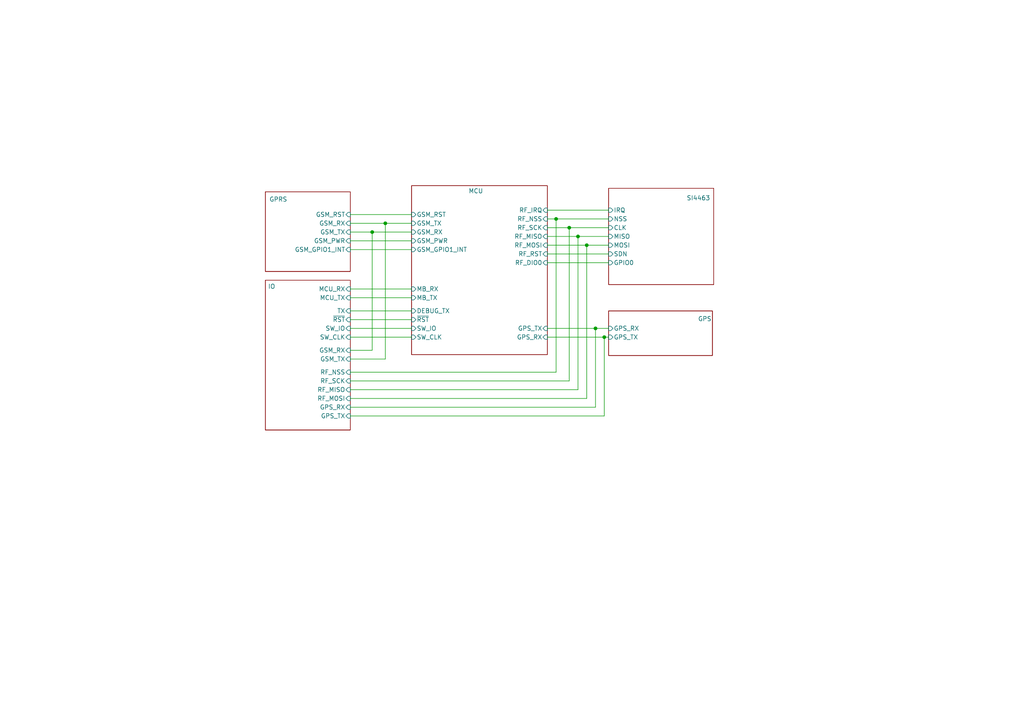
<source format=kicad_sch>
(kicad_sch (version 20211123) (generator eeschema)
  (paper "A4")
  (title_block (date "%%date%%") (rev "%%version%%") (company "BASEMENT"))
  (lib_symbols)
  (junction (at 161.29 63.5))
  (junction (at 107.95 67.31))
  (junction (at 167.64 68.58))
  (junction (at 175.26 97.79))
  (junction (at 165.1 66.04))
  (junction (at 170.18 71.12))
  (junction (at 172.72 95.25))
  (junction (at 111.76 64.77))
  (wire (pts (xy 111.76 104.14) (xy 111.76 64.77)))
  (wire (pts (xy 158.75 73.66) (xy 176.53 73.66)))
  (wire (pts (xy 101.6 95.25) (xy 119.38 95.25)))
  (wire (pts (xy 172.72 95.25) (xy 172.72 118.11)))
  (wire (pts (xy 158.75 97.79) (xy 175.26 97.79)))
  (wire (pts (xy 165.1 66.04) (xy 176.53 66.04)))
  (wire (pts (xy 167.64 68.58) (xy 176.53 68.58)))
  (wire (pts (xy 161.29 107.95) (xy 161.29 63.5)))
  (wire (pts (xy 167.64 68.58) (xy 167.64 113.03)))
  (wire (pts (xy 175.26 97.79) (xy 175.26 120.65)))
  (wire (pts (xy 158.75 60.96) (xy 176.53 60.96)))
  (wire (pts (xy 170.18 115.57) (xy 170.18 71.12)))
  (wire (pts (xy 101.6 110.49) (xy 165.1 110.49)))
  (wire (pts (xy 101.6 72.39) (xy 119.38 72.39)))
  (wire (pts (xy 101.6 92.71) (xy 119.38 92.71)))
  (wire (pts (xy 101.6 62.23) (xy 119.38 62.23)))
  (wire (pts (xy 101.6 107.95) (xy 161.29 107.95)))
  (wire (pts (xy 101.6 86.36) (xy 119.38 86.36)))
  (wire (pts (xy 107.95 67.31) (xy 119.38 67.31)))
  (wire (pts (xy 158.75 63.5) (xy 161.29 63.5)))
  (wire (pts (xy 158.75 95.25) (xy 172.72 95.25)))
  (wire (pts (xy 101.6 104.14) (xy 111.76 104.14)))
  (wire (pts (xy 101.6 69.85) (xy 119.38 69.85)))
  (wire (pts (xy 175.26 97.79) (xy 176.53 97.79)))
  (wire (pts (xy 101.6 101.6) (xy 107.95 101.6)))
  (wire (pts (xy 101.6 97.79) (xy 119.38 97.79)))
  (wire (pts (xy 172.72 95.25) (xy 176.53 95.25)))
  (wire (pts (xy 170.18 71.12) (xy 176.53 71.12)))
  (wire (pts (xy 165.1 66.04) (xy 165.1 110.49)))
  (wire (pts (xy 101.6 90.17) (xy 119.38 90.17)))
  (wire (pts (xy 101.6 115.57) (xy 170.18 115.57)))
  (wire (pts (xy 101.6 118.11) (xy 172.72 118.11)))
  (wire (pts (xy 101.6 83.82) (xy 119.38 83.82)))
  (wire (pts (xy 158.75 71.12) (xy 170.18 71.12)))
  (wire (pts (xy 101.6 64.77) (xy 111.76 64.77)))
  (wire (pts (xy 158.75 76.2) (xy 176.53 76.2)))
  (wire (pts (xy 101.6 120.65) (xy 175.26 120.65)))
  (wire (pts (xy 101.6 67.31) (xy 107.95 67.31)))
  (wire (pts (xy 111.76 64.77) (xy 119.38 64.77)))
  (wire (pts (xy 107.95 67.31) (xy 107.95 101.6)))
  (wire (pts (xy 101.6 113.03) (xy 167.64 113.03)))
  (wire (pts (xy 161.29 63.5) (xy 176.53 63.5)))
  (wire (pts (xy 158.75 68.58) (xy 167.64 68.58)))
  (wire (pts (xy 158.75 66.04) (xy 165.1 66.04)))
  (sheet (at 176.53 90.17) (size 30.099 12.954)
    (property "Sheet name" "GPS" (at 202.438 93.218 0) (effects (justify left bottom)))
    (property "Sheet file" "GPS.kicad_sch" (effects hide))
    (pin "GPS_TX" input (at 176.53 97.79 180))
    (pin "GPS_RX" input (at 176.53 95.25 180))
  )
  (sheet (at 176.53 54.61) (size 30.48 27.94)
    (property "Sheet name" "SI4463" (at 199.136 58.166 0) (effects (justify left bottom)))
    (property "Sheet file" "UHF.kicad_sch" (effects hide))
    (pin "CLK" input (at 176.53 66.04 180))
    (pin "MISO" input (at 176.53 68.58 180))
    (pin "MOSI" input (at 176.53 71.12 180))
    (pin "IRQ" input (at 176.53 60.96 180))
    (pin "SDN" input (at 176.53 73.66 180))
    (pin "GPIO0" input (at 176.53 76.2 180))
    (pin "NSS" input (at 176.53 63.5 180))
  )
  (sheet (at 119.38 53.848) (size 39.37 49.022)
    (property "Sheet name" "MCU" (at 135.89 56.134 0) (effects (justify left bottom)))
    (property "Sheet file" "MCU.kicad_sch" (effects hide))
    (pin "GSM_RST" input (at 119.38 62.23 180))
    (pin "RF_RST" input (at 158.75 73.66 0))
    (pin "RF_DIO0" input (at 158.75 76.2 0))
    (pin "GSM_PWR" input (at 119.38 69.85 180))
    (pin "GSM_GPIO1_INT" input (at 119.38 72.39 180))
    (pin "GSM_TX" input (at 119.38 64.77 180))
    (pin "GSM_RX" input (at 119.38 67.31 180))
    (pin "RF_NSS" input (at 158.75 63.5 0))
    (pin "RF_SCK" input (at 158.75 66.04 0))
    (pin "RF_MISO" input (at 158.75 68.58 0))
    (pin "RF_MOSI" input (at 158.75 71.12 0))
    (pin "GPS_TX" input (at 158.75 95.25 0))
    (pin "GPS_RX" input (at 158.75 97.79 0))
    (pin "MB_RX" input (at 119.38 83.82 180))
    (pin "MB_TX" input (at 119.38 86.36 180))
    (pin "RF_IRQ" input (at 158.75 60.96 0))
    (pin "SW_IO" input (at 119.38 95.25 180))
    (pin "SW_CLK" input (at 119.38 97.79 180))
    (pin "DEBUG_TX" input (at 119.38 90.17 180))
    (pin "~{RST}" input (at 119.38 92.71 180))
  )
  (sheet (at 76.962 81.28) (size 24.638 43.434)
    (property "Sheet name" "IO" (at 77.724 83.82 0) (effects (justify left bottom)))
    (property "Sheet file" "IO.kicad_sch" (effects hide))
    (pin "MCU_TX" input (at 101.6 86.36 0))
    (pin "MCU_RX" input (at 101.6 83.82 0))
    (pin "TX" input (at 101.6 90.17 0))
    (pin "GPS_TX" input (at 101.6 120.65 0))
    (pin "GPS_RX" input (at 101.6 118.11 0))
    (pin "RF_MISO" input (at 101.6 113.03 0))
    (pin "RF_MOSI" input (at 101.6 115.57 0))
    (pin "RF_SCK" input (at 101.6 110.49 0))
    (pin "RF_NSS" input (at 101.6 107.95 0))
    (pin "GSM_RX" input (at 101.6 101.6 0))
    (pin "GSM_TX" input (at 101.6 104.14 0))
    (pin "~{RST}" input (at 101.6 92.71 0))
    (pin "SW_IO" input (at 101.6 95.25 0))
    (pin "SW_CLK" input (at 101.6 97.79 0))
  )
  (sheet (at 76.962 55.626) (size 24.638 23.114)
    (property "Sheet name" "GPRS" (at 78.105 58.547 0) (effects (justify left bottom)))
    (property "Sheet file" "gprs.kicad_sch" (effects hide))
    (pin "GSM_RX" input (at 101.6 64.77 0))
    (pin "GSM_TX" input (at 101.6 67.31 0))
    (pin "GSM_PWR" input (at 101.6 69.85 0))
    (pin "GSM_GPIO1_INT" input (at 101.6 72.39 0))
    (pin "GSM_RST" input (at 101.6 62.23 0))
  )
)
</source>
